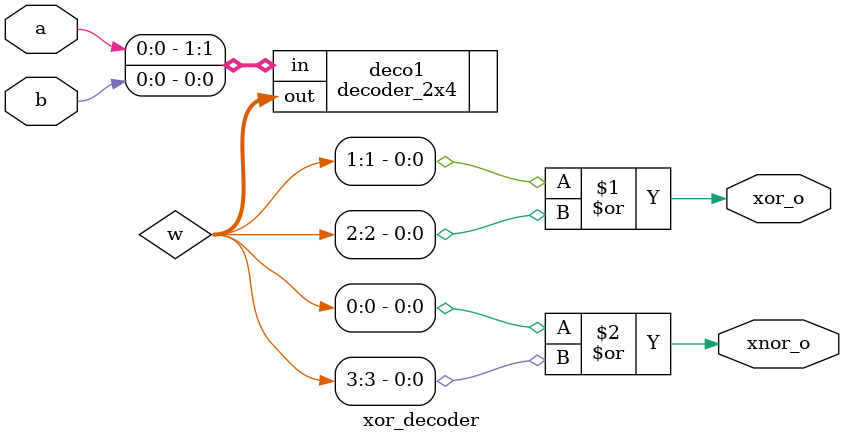
<source format=v>
`timescale 1ns / 1ps
module xor_decoder(
input a,b,
output xor_o,xnor_o
    );
wire [3:0] w;	 
	 
decoder_2x4 deco1(.in({a,b}),.out(w));

assign xor_o=w[1]|w[2];
assign xnor_o=w[0]|w[3];


endmodule

</source>
